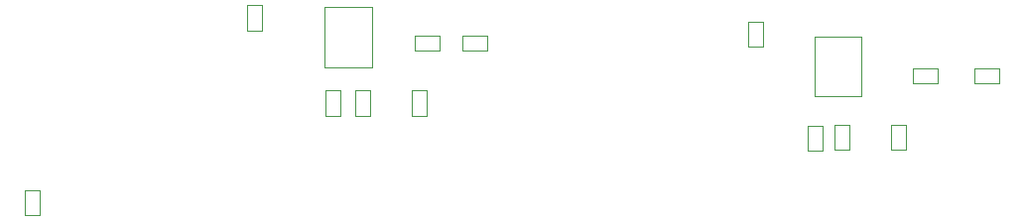
<source format=gbr>
%TF.GenerationSoftware,Altium Limited,Altium Designer,19.1.8 (144)*%
G04 Layer_Color=16711935*
%FSLAX26Y26*%
%MOIN*%
%TF.FileFunction,Other,Mechanical_13*%
%TF.Part,Single*%
G01*
G75*
%TA.AperFunction,NonConductor*%
%ADD44C,0.003937*%
D44*
X2162559Y1089606D02*
X2320039D01*
X2162559D02*
Y1290394D01*
X2320039D01*
Y1089606D02*
Y1290394D01*
X3808583Y989882D02*
X3966063D01*
X3808583D02*
Y1190669D01*
X3966063D01*
Y989882D02*
Y1190669D01*
X1204803Y591260D02*
Y675906D01*
X1155197Y591260D02*
Y675906D01*
X1204803D01*
X1155197Y591260D02*
X1204803D01*
X1900197Y1212677D02*
Y1297323D01*
X1949803Y1212677D02*
Y1297323D01*
X1900197Y1212677D02*
X1949803D01*
X1900197Y1297323D02*
X1949803D01*
X3585197Y1157677D02*
Y1242323D01*
X3634803Y1157677D02*
Y1242323D01*
X3585197Y1157677D02*
X3634803D01*
X3585197Y1242323D02*
X3634803D01*
X3785197Y808425D02*
X3834803D01*
X3785197Y893071D02*
X3834803D01*
X3785197Y808425D02*
Y893071D01*
X3834803Y808425D02*
Y893071D01*
X4428740Y1035197D02*
Y1084803D01*
X4344094Y1035197D02*
Y1084803D01*
Y1035197D02*
X4428740D01*
X4344094Y1084803D02*
X4428740D01*
X2165197Y926260D02*
X2214803D01*
X2165197Y1010906D02*
X2214803D01*
X2165197Y926260D02*
Y1010906D01*
X2214803Y926260D02*
Y1010906D01*
X2455197Y926260D02*
X2504803D01*
X2455197Y1010906D02*
X2504803D01*
X2455197Y926260D02*
Y1010906D01*
X2504803Y926260D02*
Y1010906D01*
X2708740Y1145197D02*
Y1194803D01*
X2624094Y1145197D02*
Y1194803D01*
Y1145197D02*
X2708740D01*
X2624094Y1194803D02*
X2708740D01*
X4065197Y811260D02*
X4114803D01*
X4065197Y895906D02*
X4114803D01*
X4065197Y811260D02*
Y895906D01*
X4114803Y811260D02*
Y895906D01*
X4137677Y1035197D02*
Y1084803D01*
X4222323Y1035197D02*
Y1084803D01*
X4137677D02*
X4222323D01*
X4137677Y1035197D02*
X4222323D01*
X2265197Y1010905D02*
X2314803D01*
X2265197Y926260D02*
X2314803D01*
Y1010905D01*
X2265197Y926260D02*
Y1010905D01*
X2464095Y1145197D02*
Y1194803D01*
X2548740Y1145197D02*
Y1194803D01*
X2464095D02*
X2548740D01*
X2464095Y1145197D02*
X2548740D01*
X3875197Y895905D02*
X3924803D01*
X3875197Y811260D02*
X3924803D01*
Y895905D01*
X3875197Y811260D02*
Y895905D01*
%TF.MD5,7c3721d11dca3c844fc78a3d530fbd04*%
M02*

</source>
